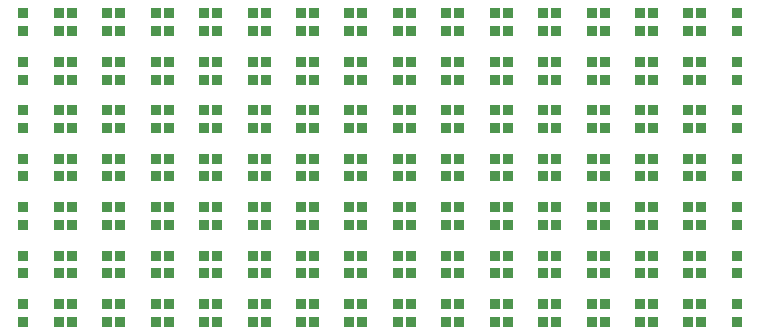
<source format=gtp>
G04 Layer: TopPasteMaskLayer*
G04 EasyEDA Pro v2.1.21.9b64d12f.b3811b, 2024-04-08 20:46:48*
G04 Gerber Generator version 0.3*
G04 Scale: 100 percent, Rotated: No, Reflected: No*
G04 Dimensions in millimeters*
G04 Leading zeros omitted, absolute positions, 3 integers and 3 decimals*
%FSLAX33Y33*%
%MOMM*%
%ADD10R,0.9X0.9*%
G75*


G04 Pad Start*
G54D10*
G01X1500Y-750D03*
G01X-1500Y-750D03*
G01X-1500Y750D03*
G01X1500Y750D03*
G01X5600Y-750D03*
G01X2600Y-750D03*
G01X2600Y750D03*
G01X5600Y750D03*
G01X9700Y-750D03*
G01X6700Y-750D03*
G01X6700Y750D03*
G01X9700Y750D03*
G01X13800Y-750D03*
G01X10800Y-750D03*
G01X10800Y750D03*
G01X13800Y750D03*
G01X17900Y-750D03*
G01X14900Y-750D03*
G01X14900Y750D03*
G01X17900Y750D03*
G01X1500Y-4850D03*
G01X-1500Y-4850D03*
G01X-1500Y-3350D03*
G01X1500Y-3350D03*
G01X5600Y-4850D03*
G01X2600Y-4850D03*
G01X2600Y-3350D03*
G01X5600Y-3350D03*
G01X9700Y-4850D03*
G01X6700Y-4850D03*
G01X6700Y-3350D03*
G01X9700Y-3350D03*
G01X13800Y-4850D03*
G01X10800Y-4850D03*
G01X10800Y-3350D03*
G01X13800Y-3350D03*
G01X17900Y-4850D03*
G01X14900Y-4850D03*
G01X14900Y-3350D03*
G01X17900Y-3350D03*
G01X1500Y-8950D03*
G01X-1500Y-8950D03*
G01X-1500Y-7450D03*
G01X1500Y-7450D03*
G01X5600Y-8950D03*
G01X2600Y-8950D03*
G01X2600Y-7450D03*
G01X5600Y-7450D03*
G01X9700Y-8950D03*
G01X6700Y-8950D03*
G01X6700Y-7450D03*
G01X9700Y-7450D03*
G01X13800Y-8950D03*
G01X10800Y-8950D03*
G01X10800Y-7450D03*
G01X13800Y-7450D03*
G01X17900Y-8950D03*
G01X14900Y-8950D03*
G01X14900Y-7450D03*
G01X17900Y-7450D03*
G01X1500Y-13050D03*
G01X-1500Y-13050D03*
G01X-1500Y-11550D03*
G01X1500Y-11550D03*
G01X5600Y-13050D03*
G01X2600Y-13050D03*
G01X2600Y-11550D03*
G01X5600Y-11550D03*
G01X9700Y-13050D03*
G01X6700Y-13050D03*
G01X6700Y-11550D03*
G01X9700Y-11550D03*
G01X13800Y-13050D03*
G01X10800Y-13050D03*
G01X10800Y-11550D03*
G01X13800Y-11550D03*
G01X17900Y-13050D03*
G01X14900Y-13050D03*
G01X14900Y-11550D03*
G01X17900Y-11550D03*
G01X1500Y-17150D03*
G01X-1500Y-17150D03*
G01X-1500Y-15650D03*
G01X1500Y-15650D03*
G01X5600Y-17150D03*
G01X2600Y-17150D03*
G01X2600Y-15650D03*
G01X5600Y-15650D03*
G01X9700Y-17150D03*
G01X6700Y-17150D03*
G01X6700Y-15650D03*
G01X9700Y-15650D03*
G01X13800Y-17150D03*
G01X10800Y-17150D03*
G01X10800Y-15650D03*
G01X13800Y-15650D03*
G01X17900Y-17150D03*
G01X14900Y-17150D03*
G01X14900Y-15650D03*
G01X17900Y-15650D03*
G01X1500Y-21250D03*
G01X-1500Y-21250D03*
G01X-1500Y-19750D03*
G01X1500Y-19750D03*
G01X5600Y-21250D03*
G01X2600Y-21250D03*
G01X2600Y-19750D03*
G01X5600Y-19750D03*
G01X9700Y-21250D03*
G01X6700Y-21250D03*
G01X6700Y-19750D03*
G01X9700Y-19750D03*
G01X13800Y-21250D03*
G01X10800Y-21250D03*
G01X10800Y-19750D03*
G01X13800Y-19750D03*
G01X17900Y-21250D03*
G01X14900Y-21250D03*
G01X14900Y-19750D03*
G01X17900Y-19750D03*
G01X1500Y-25350D03*
G01X-1500Y-25350D03*
G01X-1500Y-23850D03*
G01X1500Y-23850D03*
G01X5600Y-25350D03*
G01X2600Y-25350D03*
G01X2600Y-23850D03*
G01X5600Y-23850D03*
G01X9700Y-25350D03*
G01X6700Y-25350D03*
G01X6700Y-23850D03*
G01X9700Y-23850D03*
G01X13800Y-25350D03*
G01X10800Y-25350D03*
G01X10800Y-23850D03*
G01X13800Y-23850D03*
G01X17900Y-25350D03*
G01X14900Y-25350D03*
G01X14900Y-23850D03*
G01X17900Y-23850D03*
G01X22000Y-750D03*
G01X19000Y-750D03*
G01X19000Y750D03*
G01X22000Y750D03*
G01X26100Y-750D03*
G01X23100Y-750D03*
G01X23100Y750D03*
G01X26100Y750D03*
G01X30200Y-750D03*
G01X27200Y-750D03*
G01X27200Y750D03*
G01X30200Y750D03*
G01X34300Y-750D03*
G01X31300Y-750D03*
G01X31300Y750D03*
G01X34300Y750D03*
G01X38400Y-750D03*
G01X35400Y-750D03*
G01X35400Y750D03*
G01X38400Y750D03*
G01X22000Y-4850D03*
G01X19000Y-4850D03*
G01X19000Y-3350D03*
G01X22000Y-3350D03*
G01X26100Y-4850D03*
G01X23100Y-4850D03*
G01X23100Y-3350D03*
G01X26100Y-3350D03*
G01X30200Y-4850D03*
G01X27200Y-4850D03*
G01X27200Y-3350D03*
G01X30200Y-3350D03*
G01X34300Y-4850D03*
G01X31300Y-4850D03*
G01X31300Y-3350D03*
G01X34300Y-3350D03*
G01X38400Y-4850D03*
G01X35400Y-4850D03*
G01X35400Y-3350D03*
G01X38400Y-3350D03*
G01X22000Y-8950D03*
G01X19000Y-8950D03*
G01X19000Y-7450D03*
G01X22000Y-7450D03*
G01X26100Y-8950D03*
G01X23100Y-8950D03*
G01X23100Y-7450D03*
G01X26100Y-7450D03*
G01X30200Y-8950D03*
G01X27200Y-8950D03*
G01X27200Y-7450D03*
G01X30200Y-7450D03*
G01X34300Y-8950D03*
G01X31300Y-8950D03*
G01X31300Y-7450D03*
G01X34300Y-7450D03*
G01X38400Y-8950D03*
G01X35400Y-8950D03*
G01X35400Y-7450D03*
G01X38400Y-7450D03*
G01X22000Y-13050D03*
G01X19000Y-13050D03*
G01X19000Y-11550D03*
G01X22000Y-11550D03*
G01X26100Y-13050D03*
G01X23100Y-13050D03*
G01X23100Y-11550D03*
G01X26100Y-11550D03*
G01X30200Y-13050D03*
G01X27200Y-13050D03*
G01X27200Y-11550D03*
G01X30200Y-11550D03*
G01X34300Y-13050D03*
G01X31300Y-13050D03*
G01X31300Y-11550D03*
G01X34300Y-11550D03*
G01X38400Y-13050D03*
G01X35400Y-13050D03*
G01X35400Y-11550D03*
G01X38400Y-11550D03*
G01X22000Y-17150D03*
G01X19000Y-17150D03*
G01X19000Y-15650D03*
G01X22000Y-15650D03*
G01X26100Y-17150D03*
G01X23100Y-17150D03*
G01X23100Y-15650D03*
G01X26100Y-15650D03*
G01X30200Y-17150D03*
G01X27200Y-17150D03*
G01X27200Y-15650D03*
G01X30200Y-15650D03*
G01X34300Y-17150D03*
G01X31300Y-17150D03*
G01X31300Y-15650D03*
G01X34300Y-15650D03*
G01X38400Y-17150D03*
G01X35400Y-17150D03*
G01X35400Y-15650D03*
G01X38400Y-15650D03*
G01X22000Y-21250D03*
G01X19000Y-21250D03*
G01X19000Y-19750D03*
G01X22000Y-19750D03*
G01X26100Y-21250D03*
G01X23100Y-21250D03*
G01X23100Y-19750D03*
G01X26100Y-19750D03*
G01X30200Y-21250D03*
G01X27200Y-21250D03*
G01X27200Y-19750D03*
G01X30200Y-19750D03*
G01X34300Y-21250D03*
G01X31300Y-21250D03*
G01X31300Y-19750D03*
G01X34300Y-19750D03*
G01X38400Y-21250D03*
G01X35400Y-21250D03*
G01X35400Y-19750D03*
G01X38400Y-19750D03*
G01X22000Y-25350D03*
G01X19000Y-25350D03*
G01X19000Y-23850D03*
G01X22000Y-23850D03*
G01X26100Y-25350D03*
G01X23100Y-25350D03*
G01X23100Y-23850D03*
G01X26100Y-23850D03*
G01X30200Y-25350D03*
G01X27200Y-25350D03*
G01X27200Y-23850D03*
G01X30200Y-23850D03*
G01X34300Y-25350D03*
G01X31300Y-25350D03*
G01X31300Y-23850D03*
G01X34300Y-23850D03*
G01X38400Y-25350D03*
G01X35400Y-25350D03*
G01X35400Y-23850D03*
G01X38400Y-23850D03*
G01X42500Y-750D03*
G01X39500Y-750D03*
G01X39500Y750D03*
G01X42500Y750D03*
G01X46600Y-750D03*
G01X43600Y-750D03*
G01X43600Y750D03*
G01X46600Y750D03*
G01X50700Y-750D03*
G01X47700Y-750D03*
G01X47700Y750D03*
G01X50700Y750D03*
G01X54800Y-750D03*
G01X51800Y-750D03*
G01X51800Y750D03*
G01X54800Y750D03*
G01X58900Y-750D03*
G01X55900Y-750D03*
G01X55900Y750D03*
G01X58900Y750D03*
G01X42500Y-4850D03*
G01X39500Y-4850D03*
G01X39500Y-3350D03*
G01X42500Y-3350D03*
G01X46600Y-4850D03*
G01X43600Y-4850D03*
G01X43600Y-3350D03*
G01X46600Y-3350D03*
G01X50700Y-4850D03*
G01X47700Y-4850D03*
G01X47700Y-3350D03*
G01X50700Y-3350D03*
G01X54800Y-4850D03*
G01X51800Y-4850D03*
G01X51800Y-3350D03*
G01X54800Y-3350D03*
G01X58900Y-4850D03*
G01X55900Y-4850D03*
G01X55900Y-3350D03*
G01X58900Y-3350D03*
G01X42500Y-8950D03*
G01X39500Y-8950D03*
G01X39500Y-7450D03*
G01X42500Y-7450D03*
G01X46600Y-8950D03*
G01X43600Y-8950D03*
G01X43600Y-7450D03*
G01X46600Y-7450D03*
G01X50700Y-8950D03*
G01X47700Y-8950D03*
G01X47700Y-7450D03*
G01X50700Y-7450D03*
G01X54800Y-8950D03*
G01X51800Y-8950D03*
G01X51800Y-7450D03*
G01X54800Y-7450D03*
G01X58900Y-8950D03*
G01X55900Y-8950D03*
G01X55900Y-7450D03*
G01X58900Y-7450D03*
G01X42500Y-13050D03*
G01X39500Y-13050D03*
G01X39500Y-11550D03*
G01X42500Y-11550D03*
G01X46600Y-13050D03*
G01X43600Y-13050D03*
G01X43600Y-11550D03*
G01X46600Y-11550D03*
G01X50700Y-13050D03*
G01X47700Y-13050D03*
G01X47700Y-11550D03*
G01X50700Y-11550D03*
G01X54800Y-13050D03*
G01X51800Y-13050D03*
G01X51800Y-11550D03*
G01X54800Y-11550D03*
G01X58900Y-13050D03*
G01X55900Y-13050D03*
G01X55900Y-11550D03*
G01X58900Y-11550D03*
G01X42500Y-17150D03*
G01X39500Y-17150D03*
G01X39500Y-15650D03*
G01X42500Y-15650D03*
G01X46600Y-17150D03*
G01X43600Y-17150D03*
G01X43600Y-15650D03*
G01X46600Y-15650D03*
G01X50700Y-17150D03*
G01X47700Y-17150D03*
G01X47700Y-15650D03*
G01X50700Y-15650D03*
G01X54800Y-17150D03*
G01X51800Y-17150D03*
G01X51800Y-15650D03*
G01X54800Y-15650D03*
G01X58900Y-17150D03*
G01X55900Y-17150D03*
G01X55900Y-15650D03*
G01X58900Y-15650D03*
G01X42500Y-21250D03*
G01X39500Y-21250D03*
G01X39500Y-19750D03*
G01X42500Y-19750D03*
G01X46600Y-21250D03*
G01X43600Y-21250D03*
G01X43600Y-19750D03*
G01X46600Y-19750D03*
G01X50700Y-21250D03*
G01X47700Y-21250D03*
G01X47700Y-19750D03*
G01X50700Y-19750D03*
G01X54800Y-21250D03*
G01X51800Y-21250D03*
G01X51800Y-19750D03*
G01X54800Y-19750D03*
G01X58900Y-21250D03*
G01X55900Y-21250D03*
G01X55900Y-19750D03*
G01X58900Y-19750D03*
G01X42500Y-25350D03*
G01X39500Y-25350D03*
G01X39500Y-23850D03*
G01X42500Y-23850D03*
G01X46600Y-25350D03*
G01X43600Y-25350D03*
G01X43600Y-23850D03*
G01X46600Y-23850D03*
G01X50700Y-25350D03*
G01X47700Y-25350D03*
G01X47700Y-23850D03*
G01X50700Y-23850D03*
G01X54800Y-25350D03*
G01X51800Y-25350D03*
G01X51800Y-23850D03*
G01X54800Y-23850D03*
G01X58900Y-25350D03*
G01X55900Y-25350D03*
G01X55900Y-23850D03*
G01X58900Y-23850D03*
G04 Pad End*

M02*

</source>
